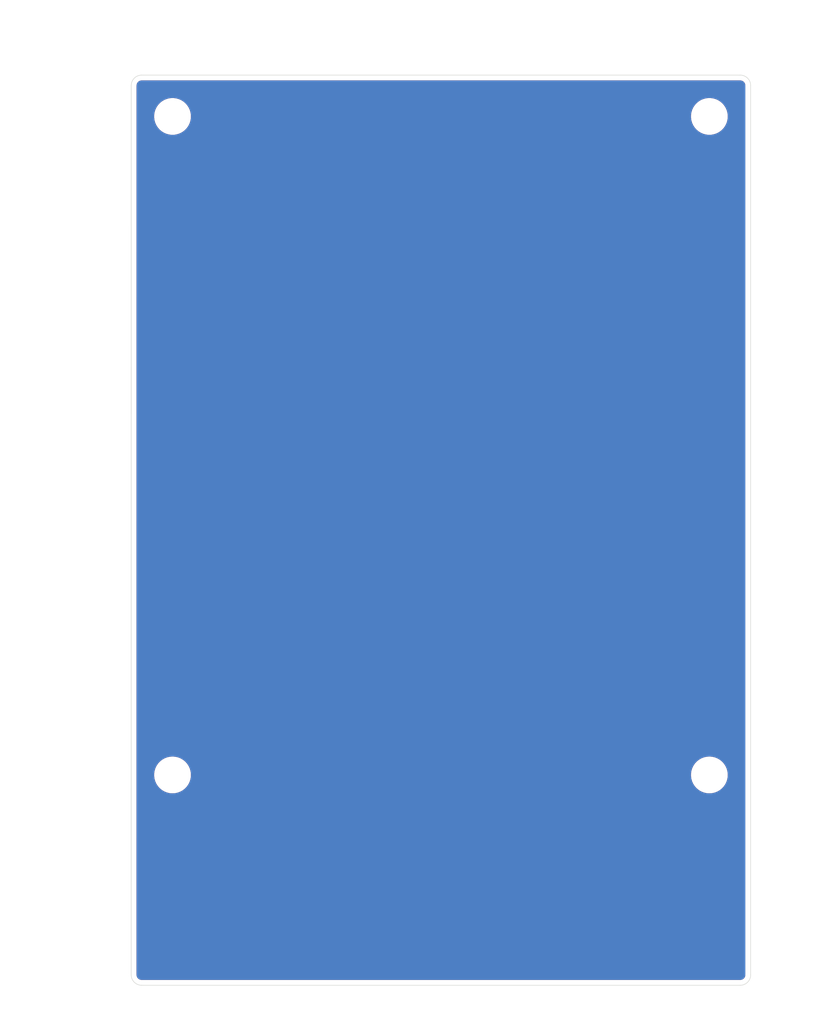
<source format=kicad_pcb>
(kicad_pcb (version 20211014) (generator pcbnew)
  (title_block (title "LBS6 Rear Plate") (date "2022-04-07") (rev "v1.01") (company "Tweety's Wild Thinking") (comment 1 "Markus Knutsson <markus.knutsson@tweety.se>") (comment 2 "https://github.com/TweetyDaBird") (comment 3 "Licensed under Creative Commons BY-SA 4.0 International "))
  (layers (0 "F.Cu" signal) (31 "B.Cu" signal) (34 "B.Paste" user) (35 "F.Paste" user) (36 "B.SilkS" user "B.Silkscreen") (37 "F.SilkS" user "F.Silkscreen") (38 "B.Mask" user) (39 "F.Mask" user) (44 "Edge.Cuts" user))
  (net 0 "")
  (footprint "MountingHole:MountingHole_2.5mm" (layer "F.Cu") (at 84.6 112.685)
    (fp_text reference "H1" hide)
    (fp_text value "Spacer_Plate")
    (pad "" np_thru_hole circle (at 0 0) (size 2.5 2.5) (drill 2.5) (layers *.Cu *.Mask))
  )
  (footprint "MountingHole:MountingHole_2.5mm" (layer "F.Cu") (at 135.94 112.685)
    (fp_text reference "H2" hide)
    (fp_text value "Spacer_Plate")
    (pad "" np_thru_hole circle (at 0 0) (size 2.5 2.5) (drill 2.5) (layers *.Cu *.Mask))
  )
  (footprint "MountingHole:MountingHole_2.5mm" (layer "F.Cu") (at 135.94 49.73)
    (fp_text reference "H3" hide)
    (fp_text value "Spacer_Plate")
    (pad "" np_thru_hole circle (at 0 0) (size 2.5 2.5) (drill 2.5) (layers *.Cu *.Mask))
  )
  (footprint "MountingHole:MountingHole_2.5mm" (layer "F.Cu") (at 84.6 49.73)
    (fp_text reference "H4" hide)
    (fp_text value "Spacer_Plate")
    (pad "" np_thru_hole circle (at 0 0) (size 2.5 2.5) (drill 2.5) (layers *.Cu *.Mask))
  )
  (gr_arc (start 138.89 45.78) (mid 139.597107 46.072893) (end 139.89 46.78) (layer "Edge.Cuts") (width 0.05))
  (gr_arc (start 139.89 131.79) (mid 139.597107 132.497107) (end 138.89 132.79) (layer "Edge.Cuts") (width 0.05))
  (gr_line (start 139.89 46.78) (end 139.89 131.79) (layer "Edge.Cuts") (width 0.05))
  (gr_line (start 81.65 45.78) (end 138.89 45.78) (layer "Edge.Cuts") (width 0.05))
  (gr_arc (start 80.65 46.78) (mid 80.942893 46.072893) (end 81.65 45.78) (layer "Edge.Cuts") (width 0.05))
  (gr_line (start 80.647107 131.79) (end 80.65 46.78) (layer "Edge.Cuts") (width 0.05))
  (gr_arc (start 81.647107 132.79) (mid 80.94 132.497107) (end 80.647107 131.79) (layer "Edge.Cuts") (width 0.05))
  (gr_line (start 138.89 132.79) (end 81.647107 132.79) (layer "Edge.Cuts") (width 0.05))
  (zone (net 0) (net_name "") (layers F&B.Cu) (connect_pads (clearance 0.508)) (min_thickness 0.254) (fill yes (thermal_gap 0.508) (thermal_bridge_width 0.508))
    (polygon (pts (xy 147.1 136.5) (xy 68.1 136.5) (xy 68.1 38.6) (xy 147.1 38.6)))
  )
)
</source>
